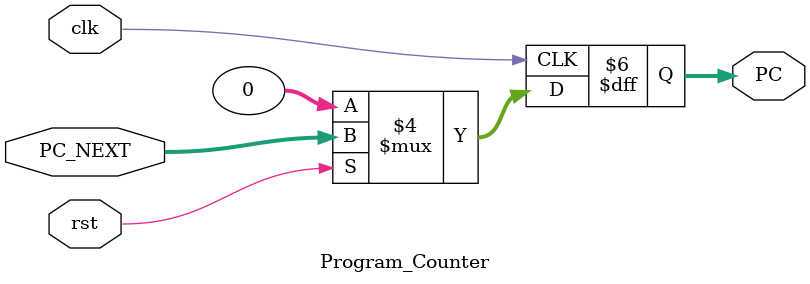
<source format=v>
module Program_Counter(rst, clk, PC_NEXT, PC);

 input rst, clk; 
 input [31:0] PC_NEXT;
 output reg [31:0] PC;

 always @(posedge clk)
 begin 
  if(rst == 1'b0)
    begin 
      PC <= 32'h00000000;
    end
  else
    begin 
      PC <= PC_NEXT;
    end
 end
endmodule

</source>
